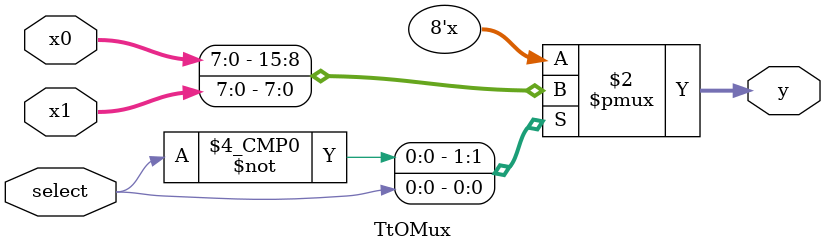
<source format=sv>
`timescale 1ns / 1ps


module TtOMux(
    input logic [7:0] x0,
    input logic [7:0] x1,
    input logic select,
    output logic [7:0] y
    );
    always_comb
    begin
    case(select)
    1'b0: y=x0;
    1'b1: y=x1;
    default y=x0;
    endcase
    end
endmodule 

</source>
